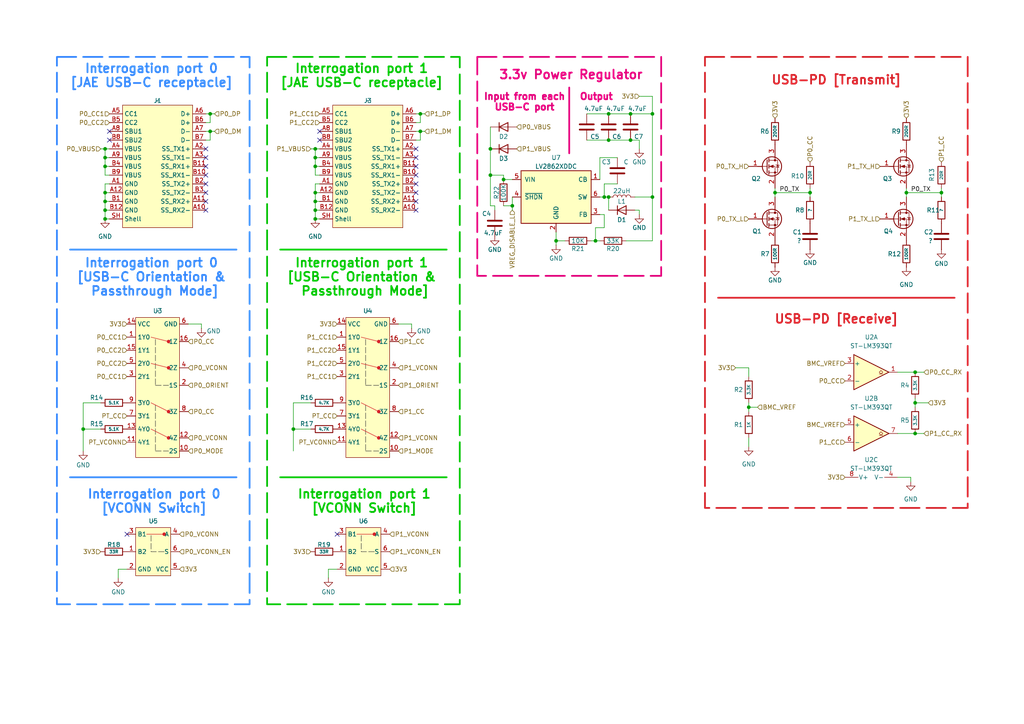
<source format=kicad_sch>
(kicad_sch (version 20231120) (generator "eeschema") (generator_version "8.0")
  (paper "A4")
  (junction (at 91.44 60.96))
  (junction (at 30.48 45.72))
  (junction (at 60.96 38.1))
  (junction (at 265.43 107.95))
  (junction (at 30.48 63.5))
  (junction (at 30.48 55.88))
  (junction (at 182.88 33.02))
  (junction (at 148.59 59.69))
  (junction (at 91.44 48.26))
  (junction (at 30.48 43.18))
  (junction (at 121.92 38.1))
  (junction (at 146.05 52.07))
  (junction (at 224.79 55.88))
  (junction (at -114.3 176.53))
  (junction (at 85.09 124.46))
  (junction (at 189.23 57.15))
  (junction (at 175.26 57.15))
  (junction (at 189.23 33.02))
  (junction (at 91.44 63.5))
  (junction (at 121.92 33.02))
  (junction (at 265.43 125.73))
  (junction (at 182.88 40.64))
  (junction (at 91.44 43.18))
  (junction (at 262.89 55.88))
  (junction (at 217.17 118.11))
  (junction (at 60.96 33.02))
  (junction (at 142.24 50.8))
  (junction (at 176.53 57.15))
  (junction (at 91.44 55.88))
  (junction (at 161.29 69.85))
  (junction (at 24.13 124.46))
  (junction (at 273.05 55.88))
  (junction (at 30.48 48.26))
  (junction (at 176.53 33.02))
  (junction (at 142.24 43.18))
  (junction (at 30.48 60.96))
  (junction (at 265.43 116.84))
  (junction (at 30.48 58.42))
  (junction (at -114.3 179.07))
  (junction (at 176.53 40.64))
  (junction (at 172.72 69.85))
  (junction (at 91.44 45.72))
  (junction (at 234.95 55.88))
  (junction (at 91.44 58.42))
  (no_connect (at 59.69 53.34))
  (no_connect (at -92.71 168.91))
  (no_connect (at 120.65 55.88))
  (no_connect (at 92.71 40.64))
  (no_connect (at -82.55 85.09))
  (no_connect (at -82.55 123.19))
  (no_connect (at -113.03 92.71))
  (no_connect (at -82.55 110.49))
  (no_connect (at -82.55 115.57))
  (no_connect (at -113.03 118.11))
  (no_connect (at 120.65 45.72))
  (no_connect (at 92.71 38.1))
  (no_connect (at -92.71 161.29))
  (no_connect (at -113.03 87.63))
  (no_connect (at -82.55 80.01))
  (no_connect (at 31.75 38.1))
  (no_connect (at 36.83 154.94))
  (no_connect (at -82.55 113.03))
  (no_connect (at -113.03 171.45))
  (no_connect (at -113.03 123.19))
  (no_connect (at -113.03 90.17))
  (no_connect (at 59.69 45.72))
  (no_connect (at 59.69 55.88))
  (no_connect (at -82.55 77.47))
  (no_connect (at -82.55 90.17))
  (no_connect (at -82.55 118.11))
  (no_connect (at 59.69 60.96))
  (no_connect (at 59.69 43.18))
  (no_connect (at -82.55 119.38))
  (no_connect (at -92.71 158.75))
  (no_connect (at -82.55 105.41))
  (no_connect (at 120.65 43.18))
  (no_connect (at 59.69 48.26))
  (no_connect (at 120.65 58.42))
  (no_connect (at 59.69 58.42))
  (no_connect (at -113.03 85.09))
  (no_connect (at 97.79 154.94))
  (no_connect (at 120.65 50.8))
  (no_connect (at -113.03 125.73))
  (no_connect (at -92.71 166.37))
  (no_connect (at 120.65 48.26))
  (no_connect (at 120.65 53.34))
  (no_connect (at -92.71 163.83))
  (no_connect (at -92.71 171.45))
  (no_connect (at -113.03 102.87))
  (no_connect (at -82.55 125.73))
  (no_connect (at -82.55 92.71))
  (no_connect (at 31.75 40.64))
  (no_connect (at 120.65 60.96))
  (no_connect (at -92.71 176.53))
  (no_connect (at -92.71 179.07))
  (no_connect (at 59.69 50.8))
  (wire (pts (xy 262.89 55.88) (xy 262.89 57.15)))
  (wire (pts (xy 234.95 54.61) (xy 234.95 55.88)))
  (wire (pts (xy 176.53 57.15) (xy 176.53 60.96)))
  (wire (pts (xy 189.23 33.02) (xy 189.23 27.94)))
  (wire (pts (xy 146.05 52.07) (xy 148.59 52.07)))
  (wire (pts (xy 182.88 33.02) (xy 189.23 33.02)))
  (wire (pts (xy 31.75 50.8) (xy 30.48 50.8)))
  (wire (pts (xy 171.45 69.85) (xy 172.72 69.85)))
  (wire (pts (xy 143.51 59.69) (xy 142.24 59.69)))
  (wire (pts (xy 91.44 60.96) (xy 92.71 60.96)))
  (wire (pts (xy 175.26 57.15) (xy 176.53 57.15)))
  (wire (pts (xy 172.72 66.04) (xy 172.72 69.85)))
  (wire (pts (xy 91.44 50.8) (xy 91.44 48.26)))
  (wire (pts (xy 91.44 48.26) (xy 91.44 45.72)))
  (wire (pts (xy -115.57 82.55) (xy -113.03 82.55)))
  (wire (pts (xy -100.33 132.08) (xy -100.33 130.81)))
  (wire (pts (xy 30.48 55.88) (xy 30.48 58.42)))
  (wire (pts (xy 175.26 66.04) (xy 172.72 66.04)))
  (wire (pts (xy 95.25 167.64) (xy 95.25 165.1)))
  (wire (pts (xy -113.03 120.65) (xy -115.57 120.65)))
  (wire (pts (xy 31.75 53.34) (xy 30.48 53.34)))
  (wire (pts (xy 146.05 59.69) (xy 148.59 59.69)))
  (wire (pts (xy 175.26 53.34) (xy 175.26 57.15)))
  (wire (pts (xy 262.89 55.88) (xy 273.05 55.88)))
  (wire (pts (xy 273.05 55.88) (xy 273.05 57.15)))
  (wire (pts (xy 185.42 27.94) (xy 189.23 27.94)))
  (wire (pts (xy 146.05 50.8) (xy 146.05 52.07)))
  (wire (pts (xy 260.35 107.95) (xy 265.43 107.95)))
  (wire (pts (xy 85.09 116.84) (xy 85.09 124.46)))
  (wire (pts (xy 30.48 45.72) (xy 30.48 43.18)))
  (wire (pts (xy 92.71 53.34) (xy 91.44 53.34)))
  (wire (pts (xy -78.74 120.65) (xy -78.74 123.19)))
  (wire (pts (xy 173.99 62.23) (xy 175.26 62.23)))
  (wire (pts (xy 181.61 69.85) (xy 189.23 69.85)))
  (wire (pts (xy 185.42 60.96) (xy 185.42 62.23)))
  (wire (pts (xy 189.23 33.02) (xy 189.23 57.15)))
  (wire (pts (xy 265.43 116.84) (xy 269.24 116.84)))
  (wire (pts (xy 95.25 165.1) (xy 97.79 165.1)))
  (wire (pts (xy 24.13 124.46) (xy 29.21 124.46)))
  (wire (pts (xy 91.44 63.5) (xy 92.71 63.5)))
  (wire (pts (xy 91.44 48.26) (xy 92.71 48.26)))
  (wire (pts (xy 170.18 40.64) (xy 176.53 40.64)))
  (wire (pts (xy 262.89 54.61) (xy 262.89 55.88)))
  (wire (pts (xy -113.03 173.99) (xy -114.3 173.99)))
  (wire (pts (xy 120.65 35.56) (xy 121.92 35.56)))
  (wire (pts (xy 184.15 57.15) (xy 189.23 57.15)))
  (wire (pts (xy 30.48 58.42) (xy 30.48 60.96)))
  (wire (pts (xy -114.3 173.99) (xy -114.3 176.53)))
  (wire (pts (xy -82.55 107.95) (xy -78.74 107.95)))
  (wire (pts (xy 217.17 127) (xy 217.17 129.54)))
  (wire (pts (xy 58.42 93.98) (xy 58.42 95.25)))
  (wire (pts (xy 185.42 40.64) (xy 182.88 40.64)))
  (wire (pts (xy 173.99 45.72) (xy 179.07 45.72)))
  (polyline (pts (xy 20.32 138.43) (xy 68.58 138.43)) (stroke (width 0.508) (color 52 135 255 1)))
  (wire (pts (xy 217.17 116.84) (xy 217.17 118.11)))
  (polyline (pts (xy 20.32 72.39) (xy 68.58 72.39)) (stroke (width 0.508) (color 52 135 255 1)))
  (wire (pts (xy 34.29 165.1) (xy 36.83 165.1)))
  (wire (pts (xy 60.96 33.02) (xy 59.69 33.02)))
  (wire (pts (xy 60.96 38.1) (xy 62.23 38.1)))
  (wire (pts (xy 184.15 60.96) (xy 185.42 60.96)))
  (wire (pts (xy -82.55 120.65) (xy -78.74 120.65)))
  (wire (pts (xy 59.69 35.56) (xy 60.96 35.56)))
  (wire (pts (xy -82.55 82.55) (xy -80.01 82.55)))
  (wire (pts (xy 142.24 36.83) (xy 142.24 43.18)))
  (wire (pts (xy 224.79 54.61) (xy 224.79 55.88)))
  (wire (pts (xy 85.09 124.46) (xy 90.17 124.46)))
  (wire (pts (xy 91.44 43.18) (xy 92.71 43.18)))
  (wire (pts (xy 173.99 57.15) (xy 175.26 57.15)))
  (wire (pts (xy 60.96 38.1) (xy 60.96 40.64)))
  (wire (pts (xy 142.24 43.18) (xy 142.24 50.8)))
  (wire (pts (xy -114.3 176.53) (xy -113.03 176.53)))
  (wire (pts (xy 161.29 67.31) (xy 161.29 69.85)))
  (wire (pts (xy 142.24 50.8) (xy 142.24 59.69)))
  (wire (pts (xy 265.43 125.73) (xy 267.97 125.73)))
  (wire (pts (xy -97.79 133.35) (xy -97.79 130.81)))
  (wire (pts (xy 224.79 55.88) (xy 234.95 55.88)))
  (wire (pts (xy 273.05 54.61) (xy 273.05 55.88)))
  (wire (pts (xy 121.92 40.64) (xy 120.65 40.64)))
  (wire (pts (xy 260.35 138.43) (xy 264.16 138.43)))
  (wire (pts (xy 265.43 116.84) (xy 265.43 118.11)))
  (wire (pts (xy 148.59 59.69) (xy 148.59 60.96)))
  (wire (pts (xy 264.16 138.43) (xy 264.16 139.7)))
  (wire (pts (xy 121.92 35.56) (xy 121.92 33.02)))
  (wire (pts (xy -115.57 95.25) (xy -113.03 95.25)))
  (wire (pts (xy 30.48 60.96) (xy 31.75 60.96)))
  (wire (pts (xy 54.61 93.98) (xy 58.42 93.98)))
  (wire (pts (xy 175.26 62.23) (xy 175.26 66.04)))
  (wire (pts (xy 90.17 116.84) (xy 85.09 116.84)))
  (wire (pts (xy 234.95 55.88) (xy 234.95 57.15)))
  (wire (pts (xy 34.29 167.64) (xy 34.29 165.1)))
  (wire (pts (xy 91.44 53.34) (xy 91.44 55.88)))
  (wire (pts (xy 161.29 69.85) (xy 161.29 71.12)))
  (wire (pts (xy 91.44 55.88) (xy 91.44 58.42)))
  (wire (pts (xy 173.99 52.07) (xy 173.99 45.72)))
  (wire (pts (xy 176.53 33.02) (xy 182.88 33.02)))
  (wire (pts (xy 30.48 48.26) (xy 30.48 45.72)))
  (wire (pts (xy 60.96 33.02) (xy 62.23 33.02)))
  (wire (pts (xy 121.92 33.02) (xy 120.65 33.02)))
  (wire (pts (xy 30.48 60.96) (xy 30.48 63.5)))
  (wire (pts (xy 120.65 38.1) (xy 121.92 38.1)))
  (wire (pts (xy 29.21 43.18) (xy 30.48 43.18)))
  (wire (pts (xy 189.23 57.15) (xy 189.23 69.85)))
  (polyline (pts (xy 208.28 86.36) (xy 276.86 86.36)) (stroke (width 0.508) (color 216 33 41 1)))
  (polyline (pts (xy 81.28 72.39) (xy 129.54 72.39)) (stroke (width 0.508) (color 0 194 0 1)))
  (wire (pts (xy 176.53 40.64) (xy 182.88 40.64)))
  (wire (pts (xy 265.43 115.57) (xy 265.43 116.84)))
  (wire (pts (xy 170.18 33.02) (xy 176.53 33.02)))
  (wire (pts (xy 59.69 38.1) (xy 60.96 38.1)))
  (wire (pts (xy 224.79 55.88) (xy 224.79 57.15)))
  (wire (pts (xy 85.09 124.46) (xy 85.09 130.81)))
  (wire (pts (xy -95.25 130.81) (xy -95.25 132.08)))
  (wire (pts (xy 217.17 118.11) (xy 219.71 118.11)))
  (wire (pts (xy 121.92 38.1) (xy 121.92 40.64)))
  (wire (pts (xy 30.48 55.88) (xy 31.75 55.88)))
  (wire (pts (xy 29.21 116.84) (xy 24.13 116.84)))
  (wire (pts (xy 91.44 55.88) (xy 92.71 55.88)))
  (wire (pts (xy 30.48 50.8) (xy 30.48 48.26)))
  (wire (pts (xy 91.44 45.72) (xy 91.44 43.18)))
  (wire (pts (xy 91.44 45.72) (xy 92.71 45.72)))
  (wire (pts (xy 91.44 58.42) (xy 92.71 58.42)))
  (wire (pts (xy 91.44 58.42) (xy 91.44 60.96)))
  (wire (pts (xy 172.72 69.85) (xy 173.99 69.85)))
  (wire (pts (xy 24.13 124.46) (xy 24.13 130.81)))
  (wire (pts (xy -114.3 179.07) (xy -113.03 179.07)))
  (polyline (pts (xy 81.28 138.43) (xy 129.54 138.43)) (stroke (width 0.508) (color 0 194 0 1)))
  (wire (pts (xy -78.74 107.95) (xy -78.74 110.49)))
  (wire (pts (xy 92.71 50.8) (xy 91.44 50.8)))
  (polyline (pts (xy 165.1 44.45) (xy 165.1 25.4)) (stroke (width 0.508) (color 226 0 122 1)))
  (wire (pts (xy 30.48 58.42) (xy 31.75 58.42)))
  (wire (pts (xy 142.24 50.8) (xy 146.05 50.8)))
  (wire (pts (xy 121.92 33.02) (xy 123.19 33.02)))
  (wire (pts (xy 213.36 106.68) (xy 217.17 106.68)))
  (wire (pts (xy -82.55 95.25) (xy -80.01 95.25)))
  (wire (pts (xy 115.57 93.98) (xy 119.38 93.98)))
  (wire (pts (xy 148.59 57.15) (xy 148.59 59.69)))
  (wire (pts (xy 265.43 107.95) (xy 267.97 107.95)))
  (wire (pts (xy 30.48 63.5) (xy 31.75 63.5)))
  (wire (pts (xy 30.48 45.72) (xy 31.75 45.72)))
  (wire (pts (xy 30.48 48.26) (xy 31.75 48.26)))
  (wire (pts (xy 60.96 40.64) (xy 59.69 40.64)))
  (wire (pts (xy 217.17 118.11) (xy 217.17 119.38)))
  (wire (pts (xy 143.51 60.96) (xy 143.51 59.69)))
  (wire (pts (xy 185.42 43.18) (xy 185.42 40.64)))
  (wire (pts (xy 161.29 69.85) (xy 163.83 69.85)))
  (wire (pts (xy 91.44 60.96) (xy 91.44 63.5)))
  (wire (pts (xy 179.07 53.34) (xy 175.26 53.34)))
  (wire (pts (xy -115.57 107.95) (xy -113.03 107.95)))
  (wire (pts (xy 119.38 93.98) (xy 119.38 95.25)))
  (wire (pts (xy 90.17 43.18) (xy 91.44 43.18)))
  (wire (pts (xy 30.48 43.18) (xy 31.75 43.18)))
  (wire (pts (xy 260.35 125.73) (xy 265.43 125.73)))
  (wire (pts (xy -102.87 132.08) (xy -100.33 132.08)))
  (wire (pts (xy 60.96 35.56) (xy 60.96 33.02)))
  (wire (pts (xy -95.25 132.08) (xy -92.71 132.08)))
  (wire (pts (xy 121.92 38.1) (xy 123.19 38.1)))
  (wire (pts (xy 24.13 116.84) (xy 24.13 124.46)))
  (wire (pts (xy -114.3 179.07) (xy -114.3 180.34)))
  (wire (pts (xy -114.3 176.53) (xy -114.3 179.07)))
  (wire (pts (xy 217.17 109.22) (xy 217.17 106.68)))
  (wire (pts (xy 30.48 53.34) (xy 30.48 55.88)))
  (rectangle (start 138.43 16.51) (end 191.77 80.01) (stroke (width 0.508) (type dash) (color 226 0 122 1)))
  (rectangle (start 16.51 16.51) (end 72.39 175.26) (stroke (width 0.508) (type dash) (color 52 135 255 1)))
  (rectangle (start 204.47 16.51) (end 280.67 147.32) (stroke (width 0.508) (type dash) (color 216 33 41 1)))
  (rectangle (start -128.27 58.42) (end -67.31 139.7) (stroke (width 0.508) (type dash) (color 132 12 255 1)))
  (rectangle (start -128.27 144.78) (end -67.31 189.23) (stroke (width 0.508) (type dash) (color 0 219 129 1)))
  (rectangle (start 77.47 16.51) (end 133.35 175.26) (stroke (width 0.508) (type dash) (color 0 194 0 1)))
  (text "Interrogation port 0\n[VCONN Switch]" (at 44.704 145.542 0) (effects (font (size 2.54 2.54) (thickness 0.508) (bold yes))))
  (text "Interrogation port 1\n[USB-C Orientation &\n Passthrough Mode]" (at 104.902 80.518 0) (effects (font (size 2.54 2.54) (thickness 0.508) (bold yes))))
  (text "Interrogation port 1\n[VCONN Switch]" (at 105.664 145.542 0) (effects (font (size 2.54 2.54) (thickness 0.508) (bold yes))))
  (text "Interrogation port 0\n[JAE USB-C receptacle]" (at 43.942 22.098 0) (effects (font (size 2.54 2.54) (thickness 0.508) (bold yes))))
  (text "USB-PD [Transmit]" (at 242.57 23.368 0) (effects (font (size 2.54 2.54) (thickness 0.508) (bold yes))))
  (text "Output" (at 172.974 28.194 0) (effects (font (size 1.905 1.905) (thickness 0.508) (bold yes))))
  (text "MCU Module\n[Raspberry Pi Pico]" (at -98.806 64.262 0) (effects (font (size 2.54 2.54) (thickness 0.508) (bold yes))))
  (text "Input from each\nUSB-C port" (at 152.146 29.718 0) (effects (font (size 1.905 1.905) (thickness 0.508) (bold yes))))
  (text "Flipper Zero Interconnect" (at -100.838 150.114 0) (effects (font (size 2.54 2.54) (thickness 0.508) (bold yes))))
  (text "USB-PD [Receive]" (at 242.57 92.71 0) (effects (font (size 2.54 2.54) (thickness 0.508) (bold yes))))
  (text "Interrogation port 0\n[USB-C Orientation &\n Passthrough Mode]" (at 43.942 80.518 0) (effects (font (size 2.54 2.54) (thickness 0.508) (bold yes))))
  (text "Interrogation port 1\n[JAE USB-C receptacle]" (at 104.902 22.098 0) (effects (font (size 2.54 2.54) (thickness 0.508) (bold yes))))
  (text "3.3v Power Regulator" (at 165.608 21.844 0) (effects (font (size 2.54 2.54) (thickness 0.508) (bold yes))))
  (label "P0_TX" (at 264.16 55.88 0))
  (label "P0_TX" (at 226.06 55.88 0))
  (hierarchical_label "3V3" (shape input) (at 36.83 93.98 180))
  (hierarchical_label "P0_CC2" (shape input) (at 31.75 35.56 180))
  (hierarchical_label "P1_DP" (shape input) (at 123.19 33.02 0))
  (hierarchical_label "P1_CC" (shape input) (at 245.11 128.27 180))
  (hierarchical_label "3V3" (shape input) (at -113.03 168.91 180))
  (hierarchical_label "3V3" (shape input) (at 262.89 34.29 90))
  (hierarchical_label "PT_VCONN" (shape input) (at 36.83 128.27 180))
  (hierarchical_label "3V3" (shape input) (at 29.21 160.02 180))
  (hierarchical_label "P1_CC_RX" (shape input) (at 267.97 125.73 0))
  (hierarchical_label "P0_VCONN" (shape input) (at 54.61 106.68 0))
  (hierarchical_label "P1_CC1" (shape input) (at 92.71 33.02 180))
  (hierarchical_label "P1_VCONN" (shape input) (at 115.57 106.68 0))
  (hierarchical_label "P0_CC1" (shape input) (at 36.83 97.79 180))
  (hierarchical_label "P1_TX_H" (shape input) (at -113.03 113.03 180))
  (hierarchical_label "P0_CC" (shape input) (at 234.95 46.99 90))
  (hierarchical_label "SWD_CLK" (shape input) (at -92.71 132.08 0))
  (hierarchical_label "P0_VBUS" (shape input) (at 29.21 43.18 180))
  (hierarchical_label "P0_CC2" (shape input) (at 36.83 101.6 180))
  (hierarchical_label "P0_DP" (shape input) (at 62.23 33.02 0))
  (hierarchical_label "P0_VCONN" (shape input) (at 52.07 154.94 0))
  (hierarchical_label "P1_CC" (shape input) (at 273.05 46.99 90))
  (hierarchical_label "BMC_VREF" (shape input) (at 219.71 118.11 0))
  (hierarchical_label "PT_CC" (shape input) (at 36.83 120.65 180))
  (hierarchical_label "3V3" (shape input) (at 97.79 93.98 180))
  (hierarchical_label "P1_MODE" (shape input) (at 115.57 130.81 0))
  (hierarchical_label "P0_CC" (shape input) (at 245.11 110.49 180))
  (hierarchical_label "P1_CC1" (shape input) (at 97.79 109.22 180))
  (hierarchical_label "P1_CC2" (shape input) (at 97.79 101.6 180))
  (hierarchical_label "P0_CC2" (shape input) (at 36.83 105.41 180))
  (hierarchical_label "UART0_RX" (shape input) (at -113.03 80.01 180))
  (hierarchical_label "P1_CC" (shape input) (at -82.55 97.79 0))
  (hierarchical_label "PT_VCONN" (shape input) (at 97.79 128.27 180))
  (hierarchical_label "3V3" (shape input) (at 213.36 106.68 180))
  (hierarchical_label "P0_VCONN_EN" (shape input) (at 52.07 160.02 0))
  (hierarchical_label "P1_CC" (shape input) (at 115.57 99.06 0))
  (hierarchical_label "3V3" (shape input) (at 90.17 160.02 180))
  (hierarchical_label "P1_VCONN_EN" (shape input) (at 113.03 160.02 0))
  (hierarchical_label "3V3" (shape input) (at 52.07 165.1 0))
  (hierarchical_label "P0_CC" (shape input) (at -82.55 100.33 0))
  (hierarchical_label "BMC_VREF" (shape input) (at 245.11 123.19 180))
  (hierarchical_label "3V3" (shape input) (at 224.79 34.29 90))
  (hierarchical_label "P0_VCONN" (shape input) (at 54.61 127 0))
  (hierarchical_label "P0_MODE" (shape input) (at 54.61 130.81 0))
  (hierarchical_label "P1_TX_H" (shape input) (at 255.27 48.26 180))
  (hierarchical_label "P0_DM" (shape input) (at 62.23 38.1 0))
  (hierarchical_label "P0_TX_L" (shape input) (at 217.17 63.5 180))
  (hierarchical_label "SWD_IO" (shape input) (at -113.03 158.75 180))
  (hierarchical_label "P0_CC1" (shape input) (at 36.83 109.22 180))
  (hierarchical_label "BMC_VREF" (shape input) (at 245.11 105.41 180))
  (hierarchical_label "P0_CC" (shape input) (at 54.61 99.06 0))
  (hierarchical_label "PT_CC" (shape input) (at 97.79 120.65 180))
  (hierarchical_label "3V3" (shape input) (at 113.03 165.1 0))
  (hierarchical_label "3V3" (shape input) (at 185.42 27.94 180))
  (hierarchical_label "P1_TX_L" (shape input) (at 255.27 63.5 180))
  (hierarchical_label "P1_CC" (shape input) (at 115.57 119.38 0))
  (hierarchical_label "VREG_DISABLE_L" (shape input) (at 148.59 60.96 270))
  (hierarchical_label "SWD_IO" (shape input) (at -102.87 132.08 180))
  (hierarchical_label "P1_TX_L" (shape input) (at -113.03 115.57 180))
  (hierarchical_label "3V3" (shape input) (at 269.24 116.84 0))
  (hierarchical_label "P0_VBUS" (shape input) (at 149.86 36.83 0))
  (hierarchical_label "UART0_TX" (shape input) (at -113.03 77.47 180))
  (hierarchical_label "RP2_RESET_L" (shape input) (at -82.55 102.87 0))
  (hierarchical_label "P0_TX_L" (shape input) (at -113.03 110.49 180))
  (hierarchical_label "SWD_CLK" (shape input) (at -113.03 161.29 180))
  (hierarchical_label "3V3" (shape input) (at 245.11 138.43 180))
  (hierarchical_label "P1_CC1" (shape input) (at 97.79 97.79 180))
  (hierarchical_label "P1_VBUS" (shape input) (at 149.86 43.18 0))
  (hierarchical_label "P1_CC2" (shape input) (at 97.79 105.41 180))
  (hierarchical_label "P0_TX_H" (shape input) (at 217.17 48.26 180))
  (hierarchical_label "P1_VBUS" (shape input) (at 90.17 43.18 180))
  (hierarchical_label "P0_ORIENT" (shape input) (at 54.61 111.76 0))
  (hierarchical_label "P0_CC_RX" (shape input) (at -113.03 97.79 180))
  (hierarchical_label "P0_CC" (shape input) (at 54.61 119.38 0))
  (hierarchical_label "P1_CC2" (shape input) (at 92.71 35.56 180))
  (hierarchical_label "UART0_RX" (shape input) (at -113.03 163.83 180))
  (hierarchical_label "P1_CC_RX" (shape input) (at -113.03 100.33 180))
  (hierarchical_label "P0_TX_H" (shape input) (at -113.03 105.41 180))
  (hierarchical_label "P1_VCONN" (shape input) (at 115.57 127 0))
  (hierarchical_label "UART0_TX" (shape input) (at -113.03 166.37 180))
  (hierarchical_label "3V3" (shape input) (at -82.55 87.63 0))
  (hierarchical_label "P1_DM" (shape input) (at 123.19 38.1 0))
  (hierarchical_label "RP2_RESET_L" (shape input) (at -85.09 173.99 0))
  (hierarchical_label "P0_CC_RX" (shape input) (at 267.97 107.95 0))
  (hierarchical_label "P0_CC1" (shape input) (at 31.75 33.02 180))
  (hierarchical_label "P1_ORIENT" (shape input) (at 115.57 111.76 0))
  (hierarchical_label "P1_VCONN" (shape input) (at 113.03 154.94 0))
  (symbol (lib_id "Device:R") (at 265.43 111.76 180) (unit 1)
    (property "Reference" "R4" (at 261.112 111.76 0) (effects (justify right)))
    (property "Value" "3.3K" (at 265.43 111.76 90) (effects (font (size 0.889 0.889))))
    (property "Footprint" "Resistor_SMD:R_0201_0603Metric" (effects (hide yes)))
    (property "Description" "RES SMD 3.3K OHM 1% 1/20W 0201" (effects (hide yes)))
    (property "Manufacturer PN" "ERJ-1GNF3301C" (effects (hide yes)))
  )
  (symbol (lib_id "power:GND") (at 58.42 95.25 0) (unit 1)
    (property "Reference" "#PWR019" (effects (hide yes)))
    (property "Value" "GND" (at 61.976 96.012 0))
    (property "Description" "Power symbol creates a global label with name \"GND\" , ground" (effects (hide yes)))
  )
  (symbol (lib_id "Device:R") (at 93.98 116.84 270) (unit 1)
    (property "Reference" "R16" (at 90.932 115.316 90) (effects (justify right)))
    (property "Value" "4.7K" (at 93.98 116.84 90) (effects (font (size 0.889 0.889))))
    (property "Footprint" "Resistor_SMD:R_0201_0603Metric" (effects (hide yes)))
    (property "Description" "RES SMD 4.7K OHM 1% 1/20W 0201" (effects (hide yes)))
    (property "Manufacturer PN" "ERJ-1GNF4701C" (effects (hide yes)))
  )
  (symbol (lib_id "picoPD_interrogator:ST-LM393QT") (at 252.73 135.89 90) (unit 3)
    (property "Reference" "U2" (at 252.73 133.35 90))
    (property "Value" "ST-LM393QT" (at 252.73 135.89 90))
    (property "Footprint" "picoPD_interrogator:DFN-8_2x2mm_P0.5mm_ST" (effects (hide yes)))
    (property "Datasheet" "https://www.st.com/content/ccc/resource/technical/document/datasheet/group1/b4/cc/cf/13/18/28/44/f5/CD00000465/files/CD00000465.pdf/jcr:content/translations/en.CD00000465.pdf" (effects (hide yes)))
    (property "Description" "Low-Power, Low-Offset Voltage, Dual Comparators, DIP-8/SOIC-8/TO-99-8" (effects (hide yes)))
    (property "Description 2" "IC COMPARATOR 2 GEN PUR 8UFSON" (effects (hide yes)))
    (property "Manufacturer PN" "LM393QT" (effects (hide yes)))
  )
  (symbol (lib_id "Device:R") (at 217.17 123.19 180) (unit 1)
    (property "Reference" "R1" (at 212.852 123.19 0) (effects (justify right)))
    (property "Value" "1K" (at 217.17 123.19 90) (effects (font (size 0.889 0.889))))
    (property "Footprint" "Resistor_SMD:R_0201_0603Metric" (effects (hide yes)))
    (property "Description" "RES SMD 1K OHM 1% 1/20W 0201" (effects (hide yes)))
    (property "Manufacturer PN" "ERJ-1GNF1001C" (effects (hide yes)))
  )
  (symbol (lib_id "Regulator_Switching:LV2862XDDC") (at 161.29 57.15 0) (unit 1)
    (property "Reference" "U7" (at 161.29 45.72 0))
    (property "Value" "LV2862XDDC" (at 161.29 48.26 0))
    (property "Footprint" "Package_TO_SOT_SMD:SOT-23-6" (effects (hide yes)))
    (property "Datasheet" "https://www.ti.com/lit/ds/symlink/lv2862.pdf" (effects (hide yes)))
    (property "Description" "60V, 0.6A, stepdown, DC/DC converter, 770kHz" (effects (hide yes)))
  )
  (symbol (lib_name "R_1") (lib_id "Device:R") (at 146.05 55.88 180) (unit 1)
    (property "Reference" "R22" (at 144.018 55.88 90))
    (property "Value" "100K" (at 146.05 55.88 90))
    (property "Footprint" "Resistor_SMD:R_0201_0603Metric" (effects (hide yes)))
    (property "Description" "Resistor" (effects (hide yes)))
    (property "Manufacturer PN" "ERJ-1GNF1003C" (effects (hide yes)))
  )
  (symbol (lib_id "power:GND") (at 34.29 167.64 0) (unit 1)
    (property "Reference" "#PWR010" (effects (hide yes)))
    (property "Value" "GND" (at 34.29 171.704 0))
    (property "Description" "Power symbol creates a global label with name \"GND\" , ground" (effects (hide yes)))
  )
  (symbol (lib_id "power:GND") (at -78.74 123.19 0) (unit 1)
    (property "Reference" "#PWR011" (effects (hide yes)))
    (property "Value" "GND" (at -78.74 127 0))
    (property "Description" "Power symbol creates a global label with name \"GND\" , ground" (effects (hide yes)))
  )
  (symbol (lib_id "Device:C") (at 170.18 36.83 0) (unit 1)
    (property "Reference" "C5" (at 171.196 39.624 0) (effects (justify left)))
    (property "Value" "4.7uF" (at 169.418 31.496 0) (effects (justify left)))
    (property "Footprint" "Capacitor_SMD:C_0603_1608Metric" (effects (hide yes)))
    (property "Datasheet" "https://mm.digikey.com/Volume0/opasdata/d220001/medias/docus/609/CL10A475KP8NNNC_Spec.pdf" (effects (hide yes)))
    (property "Description" "CAP CER 4.7UF 10V X5R 0603" (effects (hide yes)))
    (property "Description Detailed" "4.7 µF ±10% 10V Ceramic Capacitor X5R 0603 (1608 Metric)" (effects (hide yes)))
    (property "Manufacturer PN" "CL10A475KP8NNNC" (effects (hide yes)))
  )
  (symbol (lib_id "Device:C") (at 143.51 64.77 180) (unit 1)
    (property "Reference" "C4" (at 142.494 61.976 0) (effects (justify left)))
    (property "Value" "4.7uF" (at 145.796 67.564 0) (effects (justify left)))
    (property "Footprint" "Capacitor_SMD:C_0603_1608Metric" (effects (hide yes)))
    (property "Datasheet" "https://mm.digikey.com/Volume0/opasdata/d220001/medias/docus/609/CL10A475KP8NNNC_Spec.pdf" (effects (hide yes)))
    (property "Description" "CAP CER 4.7UF 10V X5R 0603" (effects (hide yes)))
    (property "Description Detailed" "4.7 µF ±10% 10V Ceramic Capacitor X5R 0603 (1608 Metric)" (effects (hide yes)))
    (property "Manufacturer PN" "CL10A475KP8NNNC" (effects (hide yes)))
  )
  (symbol (lib_id "picoPD_interrogator:TI_sn741vc1g3157-q1") (at 105.41 160.02 0) (unit 1)
    (property "Reference" "U6" (at 105.41 151.13 0))
    (property "Value" "~" (at 105.41 151.13 0))
    (property "Footprint" "picoPD_interrogator:TI_sn741vc1g3157-q1" (effects (hide yes)))
    (property "Description" "IC SWITCH SPDT X 1 15OHM SC70-6" (effects (hide yes)))
    (property "Manufacturer PN" "1P1G3157QDCKRQ1" (effects (hide yes)))
  )
  (symbol (lib_id "power:GND") (at 24.13 130.81 0) (unit 1)
    (property "Reference" "#PWR020" (effects (hide yes)))
    (property "Value" "GND" (at 24.13 134.874 0))
    (property "Description" "Power symbol creates a global label with name \"GND\" , ground" (effects (hide yes)))
  )
  (symbol (lib_id "power:GND") (at -80.01 95.25 90) (unit 1)
    (property "Reference" "#PWR013" (effects (hide yes)))
    (property "Value" "GND" (at -74.93 95.25 90))
    (property "Description" "Power symbol creates a global label with name \"GND\" , ground" (effects (hide yes)))
  )
  (symbol (lib_id "Device:R") (at 273.05 50.8 0) (unit 1)
    (property "Reference" "R13" (at 270.256 48.768 90) (effects (justify right)))
    (property "Value" "20R" (at 273.05 50.8 90) (effects (font (size 0.889 0.889))))
    (property "Footprint" "Resistor_SMD:R_0201_0603Metric" (effects (hide yes)))
    (property "Description" "RES SMD 20 OHM 1% 1/20W 0201" (effects (hide yes)))
    (property "Manufacturer PN" "ERJ-1GNF20R0C" (effects (hide yes)))
  )
  (symbol (lib_id "power:GND") (at 262.89 77.47 0) (unit 1)
    (property "Reference" "#PWR07" (effects (hide yes)))
    (property "Value" "GND" (at 262.89 82.55 0))
    (property "Description" "Power symbol creates a global label with name \"GND\" , ground" (effects (hide yes)))
  )
  (symbol (lib_id "Device:C") (at 234.95 68.58 0) (unit 1)
    (property "Reference" "C1" (at 229.87 67.31 0) (effects (justify left)))
    (property "Value" "?" (at 231.14 69.85 0) (effects (justify left)))
    (property "Footprint" "Capacitor_SMD:C_0201_0603Metric" (effects (hide yes)))
    (property "Description" "Unpolarized capacitor" (effects (hide yes)))
  )
  (symbol (lib_id "Device:C") (at 179.07 49.53 0) (unit 1)
    (property "Reference" "C3" (at 174.498 46.99 0) (effects (justify left)))
    (property "Value" "C" (at 180.848 46.99 0) (effects (justify left)))
    (property "Footprint" "Capacitor_SMD:C_0201_0603Metric" (effects (hide yes)))
    (property "Description" "CAP CER 0.1UF 16V X5R 0201" (effects (hide yes)))
    (property "Manufacturer PN" "0201X104K160CT" (effects (hide yes)))
  )
  (symbol (lib_id "power:GND") (at 185.42 62.23 0) (unit 1)
    (property "Reference" "#PWR024" (effects (hide yes)))
    (property "Value" "GND" (at 185.42 66.04 0))
    (property "Description" "Power symbol creates a global label with name \"GND\" , ground" (effects (hide yes)))
  )
  (symbol (lib_id "power:GND") (at 119.38 95.25 0) (unit 1)
    (property "Reference" "#PWR022" (effects (hide yes)))
    (property "Value" "GND" (at 122.936 96.012 0))
    (property "Description" "Power symbol creates a global label with name \"GND\" , ground" (effects (hide yes)))
  )
  (symbol (lib_id "Device:C") (at 176.53 36.83 0) (unit 1)
    (property "Reference" "C6" (at 177.546 39.624 0) (effects (justify left)))
    (property "Value" "4.7uF" (at 175.768 31.496 0) (effects (justify left)))
    (property "Footprint" "Capacitor_SMD:C_0603_1608Metric" (effects (hide yes)))
    (property "Datasheet" "https://mm.digikey.com/Volume0/opasdata/d220001/medias/docus/609/CL10A475KP8NNNC_Spec.pdf" (effects (hide yes)))
    (property "Description" "CAP CER 4.7UF 10V X5R 0603" (effects (hide yes)))
    (property "Description Detailed" "4.7 µF ±10% 10V Ceramic Capacitor X5R 0603 (1608 Metric)" (effects (hide yes)))
    (property "Manufacturer PN" "CL10A475KP8NNNC" (effects (hide yes)))
  )
  (symbol (lib_id "Device:R") (at 217.17 113.03 180) (unit 1)
    (property "Reference" "R2" (at 212.852 113.03 0) (effects (justify right)))
    (property "Value" "3.3K" (at 217.17 113.03 90) (effects (font (size 0.889 0.889))))
    (property "Footprint" "Resistor_SMD:R_0201_0603Metric" (effects (hide yes)))
    (property "Description" "RES SMD 3.3K OHM 1% 1/20W 0201" (effects (hide yes)))
    (property "Manufacturer PN" "ERJ-1GNF3301C" (effects (hide yes)))
  )
  (symbol (lib_id "power:GND") (at 143.51 68.58 0) (unit 1)
    (property "Reference" "#PWR026" (effects (hide yes)))
    (property "Value" "GND" (at 143.51 72.39 0))
    (property "Description" "Power symbol creates a global label with name \"GND\" , ground" (effects (hide yes)))
  )
  (symbol (lib_id "picoPD_interrogator:USB-C_24pSH") (at 106.68 46.99 0) (unit 1)
    (property "Reference" "J3" (at 106.68 29.21 0))
    (property "Value" "~" (at 106.68 29.21 0))
    (property "Footprint" "picoPD_interrogator:JAE_DX07BN24JA2R1300" (effects (hide yes)))
  )
  (symbol (lib_id "Device:R") (at 262.89 73.66 0) (unit 1)
    (property "Reference" "R12" (at 261.366 73.66 0) (effects (justify right)))
    (property "Value" "100R" (at 262.89 73.66 90) (effects (font (size 0.889 0.889))))
    (property "Footprint" "Resistor_SMD:R_0201_0603Metric" (effects (hide yes)))
    (property "Description" "RES SMD 100 OHM 1% 1/20W 0201" (effects (hide yes)))
    (property "Manufacturer PN" "ERJ-1GNF1000C" (effects (hide yes)))
  )
  (symbol (lib_id "power:GND") (at -78.74 110.49 0) (unit 1)
    (property "Reference" "#PWR012" (effects (hide yes)))
    (property "Value" "GND" (at -78.74 114.3 0))
    (property "Description" "Power symbol creates a global label with name \"GND\" , ground" (effects (hide yes)))
  )
  (symbol (lib_id "Device:R") (at 234.95 50.8 180) (unit 1)
    (property "Reference" "R10" (at 229.362 51.054 0) (effects (justify right)))
    (property "Value" "20R" (at 234.95 50.8 90) (effects (font (size 0.889 0.889))))
    (property "Footprint" "Resistor_SMD:R_0201_0603Metric" (effects (hide yes)))
    (property "Description" "RES SMD 20 OHM 1% 1/20W 0201" (effects (hide yes)))
    (property "Manufacturer PN" "ERJ-1GNF20R0C" (effects (hide yes)))
  )
  (symbol (lib_id "picoPD_interrogator:NXP_NX3DV3899GU") (at 45.72 114.3 0) (unit 1)
    (property "Reference" "U3" (at 45.72 90.17 0))
    (property "Value" "~" (at 45.72 90.17 0))
    (property "Footprint" "picoPD_interrogator:NXP_NX3DV3899GU" (effects (hide yes)))
    (property "Datasheet" "https://www.nxp.com/docs/en/data-sheet/NX3DV3899.pdf" (effects (hide yes)))
    (property "Description" "IC SWITCH DPDT X 2 3.3OHM 16XQFN" (effects (hide yes)))
    (property "Manufacturer PN" "NX3DV3899GU,115" (effects (hide yes)))
  )
  (symbol (lib_id "Device:C") (at 182.88 36.83 0) (unit 1)
    (property "Reference" "C7" (at 183.896 39.624 0) (effects (justify left)))
    (property "Value" "4.7uF" (at 182.118 31.496 0) (effects (justify left)))
    (property "Footprint" "Capacitor_SMD:C_0603_1608Metric" (effects (hide yes)))
    (property "Datasheet" "https://mm.digikey.com/Volume0/opasdata/d220001/medias/docus/609/CL10A475KP8NNNC_Spec.pdf" (effects (hide yes)))
    (property "Description" "CAP CER 4.7UF 10V X5R 0603" (effects (hide yes)))
    (property "Description Detailed" "4.7 µF ±10% 10V Ceramic Capacitor X5R 0603 (1608 Metric)" (effects (hide yes)))
    (property "Manufacturer PN" "CL10A475KP8NNNC" (effects (hide yes)))
  )
  (symbol (lib_id "Device:R") (at 33.02 124.46 270) (unit 1)
    (property "Reference" "R15" (at 29.972 122.936 90) (effects (justify right)))
    (property "Value" "5.1K" (at 33.02 124.46 90) (effects (font (size 0.889 0.889))))
    (property "Footprint" "Resistor_SMD:R_0201_0603Metric" (effects (hide yes)))
    (property "Description" "RES SMD 5.1K OHM 1% 1/20W 0201" (effects (hide yes)))
    (property "Manufacturer PN" "ERJ-1GNF5101C" (effects (hide yes)))
  )
  (symbol (lib_id "picoPD_interrogator:TI_sn741vc1g3157-q1") (at 44.45 160.02 0) (unit 1)
    (property "Reference" "U5" (at 44.45 151.13 0))
    (property "Value" "~" (at 44.45 151.13 0))
    (property "Footprint" "picoPD_interrogator:TI_sn741vc1g3157-q1" (effects (hide yes)))
    (property "Description" "IC SWITCH SPDT X 1 15OHM SC70-6" (effects (hide yes)))
    (property "Manufacturer PN" "1P1G3157QDCKRQ1" (effects (hide yes)))
  )
  (symbol (lib_id "power:GND") (at 91.44 63.5 0) (unit 1)
    (property "Reference" "#PWR021" (effects (hide yes)))
    (property "Value" "GND" (at 91.44 68.58 0))
    (property "Description" "Power symbol creates a global label with name \"GND\" , ground" (effects (hide yes)))
  )
  (symbol (lib_id "power:GND") (at 161.29 71.12 0) (unit 1)
    (property "Reference" "#PWR025" (effects (hide yes)))
    (property "Value" "GND" (at 161.29 74.93 0))
    (property "Description" "Power symbol creates a global label with name \"GND\" , ground" (effects (hide yes)))
  )
  (symbol (lib_id "picoPD_interrogator:rohm-RE1C002UN") (at 260.35 48.26 0) (unit 1)
    (property "Reference" "Q3" (at 256.032 51.816 0) (effects (justify left)))
    (property "Value" "rohm-RE1C002UN" (effects (hide yes)))
    (property "Footprint" "Package_TO_SOT_SMD:SOT-416" (effects (hide yes)))
    (property "Datasheet" "https://fscdn.rohm.com/en/products/databook/datasheet/discrete/transistor/mosfet/re1c002untcl-e.pdf" (effects (hide yes)))
    (property "Description" "200ma, 20V Vds, N-Channel MOSFET, EMT3F (SOT-416FL)" (effects (hide yes)))
  )
  (symbol (lib_id "picoPD_interrogator:rohm-RE1C002UN") (at 222.25 63.5 0) (unit 1)
    (property "Reference" "Q1" (at 218.186 67.056 0) (effects (justify left)))
    (property "Value" "rohm-RE1C002UN" (effects (hide yes)))
    (property "Footprint" "Package_TO_SOT_SMD:SOT-416" (effects (hide yes)))
    (property "Datasheet" "https://fscdn.rohm.com/en/products/databook/datasheet/discrete/transistor/mosfet/re1c002untcl-e.pdf" (effects (hide yes)))
    (property "Description" "200ma, 20V Vds, N-Channel MOSFET, EMT3F (SOT-416FL)" (effects (hide yes)))
  )
  (symbol (lib_id "power:GND") (at 273.05 72.39 0) (unit 1)
    (property "Reference" "#PWR06" (effects (hide yes)))
    (property "Value" "GND" (at 273.05 76.454 0))
    (property "Description" "Power symbol creates a global label with name \"GND\" , ground" (effects (hide yes)))
  )
  (symbol (lib_id "picoPD_interrogator:rohm-RE1C002UN") (at 260.35 63.5 0) (unit 1)
    (property "Reference" "Q4" (at 256.286 67.056 0) (effects (justify left)))
    (property "Value" "rohm-RE1C002UN" (effects (hide yes)))
    (property "Footprint" "Package_TO_SOT_SMD:SOT-416" (effects (hide yes)))
    (property "Datasheet" "https://fscdn.rohm.com/en/products/databook/datasheet/discrete/transistor/mosfet/re1c002untcl-e.pdf" (effects (hide yes)))
    (property "Description" "200ma, 20V Vds, N-Channel MOSFET, EMT3F (SOT-416FL)" (effects (hide yes)))
  )
  (symbol (lib_id "power:GND") (at -115.57 120.65 270) (unit 1)
    (property "Reference" "#PWR018" (effects (hide yes)))
    (property "Value" "GND" (at -120.65 120.65 90))
    (property "Description" "Power symbol creates a global label with name \"GND\" , ground" (effects (hide yes)))
  )
  (symbol (lib_id "power:GND") (at 234.95 72.39 0) (unit 1)
    (property "Reference" "#PWR04" (effects (hide yes)))
    (property "Value" "GND" (at 234.95 76.2 0))
    (property "Description" "Power symbol creates a global label with name \"GND\" , ground" (effects (hide yes)))
  )
  (symbol (lib_id "Device:R") (at 224.79 73.66 0) (unit 1)
    (property "Reference" "R7" (at 223.266 73.66 0) (effects (justify right)))
    (property "Value" "100R" (at 224.79 73.66 90) (effects (font (size 0.889 0.889))))
    (property "Footprint" "Resistor_SMD:R_0201_0603Metric" (effects (hide yes)))
    (property "Description" "RES SMD 100 OHM 1% 1/20W 0201" (effects (hide yes)))
    (property "Manufacturer PN" "ERJ-1GNF1000C" (effects (hide yes)))
  )
  (symbol (lib_id "picoPD_interrogator:RaspberryPiFoundation-Pico") (at -97.79 101.6 0) (unit 1)
    (property "Reference" "U1" (at -97.79 69.342 0))
    (property "Value" "~" (at -97.79 68.58 0))
    (property "Footprint" "picoPD_interrogator:RaspberryPiFoundation-Pico" (effects (hide yes)))
  )
  (symbol (lib_id "picoPD_interrogator:rohm-RE1C002UN") (at 222.25 48.26 0) (unit 1)
    (property "Reference" "Q2" (at 217.932 51.816 0) (effects (justify left)))
    (property "Value" "rohm-RE1C002UN" (effects (hide yes)))
    (property "Footprint" "Package_TO_SOT_SMD:SOT-416" (effects (hide yes)))
    (property "Datasheet" "https://fscdn.rohm.com/en/products/databook/datasheet/discrete/transistor/mosfet/re1c002untcl-e.pdf" (effects (hide yes)))
    (property "Description" "200ma, 20V Vds, N-Channel MOSFET, EMT3F (SOT-416FL)" (effects (hide yes)))
  )
  (symbol (lib_id "Device:R") (at -88.9 173.99 90) (unit 1)
    (property "Reference" "R3" (at -90.17 176.276 90) (effects (justify right)))
    (property "Value" "0R" (at -88.9 173.99 90) (effects (font (size 0.889 0.889))))
    (property "Footprint" "Resistor_SMD:R_0201_0603Metric" (effects (hide yes)))
    (property "Description" "Resistor" (effects (hide yes)))
  )
  (symbol (lib_id "Device:R") (at 234.95 60.96 180) (unit 1)
    (property "Reference" "R8" (at 230.632 60.96 0) (effects (justify right)))
    (property "Value" "?" (at 234.95 60.96 90) (effects (font (size 0.889 0.889))))
    (property "Footprint" "Resistor_SMD:R_0201_0603Metric" (effects (hide yes)))
    (property "Description" "Resistor" (effects (hide yes)))
  )
  (symbol (lib_id "Device:R") (at 33.02 160.02 270) (unit 1)
    (property "Reference" "R18" (at 33.02 157.988 90))
    (property "Value" "33R" (at 33.02 160.02 90) (effects (font (size 0.889 0.889))))
    (property "Footprint" "Resistor_SMD:R_0201_0603Metric" (effects (hide yes)))
    (property "Description" "RES SMD 33 OHM 1% 1/20W 0201" (effects (hide yes)))
    (property "Manufacturer PN" "ERJ-1GNF33R0C" (effects (hide yes)))
  )
  (symbol (lib_id "power:GND") (at 95.25 167.64 0) (unit 1)
    (property "Reference" "#PWR023" (effects (hide yes)))
    (property "Value" "GND" (at 95.25 171.704 0))
    (property "Description" "Power symbol creates a global label with name \"GND\" , ground" (effects (hide yes)))
  )
  (symbol (lib_id "picoPD_interrogator:ST-LM393QT") (at 252.73 107.95 0) (unit 1)
    (property "Reference" "U2" (at 252.73 97.79 0))
    (property "Value" "ST-LM393QT" (at 252.73 100.33 0))
    (property "Footprint" "picoPD_interrogator:DFN-8_2x2mm_P0.5mm_ST" (effects (hide yes)))
    (property "Datasheet" "https://www.st.com/content/ccc/resource/technical/document/datasheet/group1/b4/cc/cf/13/18/28/44/f5/CD00000465/files/CD00000465.pdf/jcr:content/translations/en.CD00000465.pdf" (effects (hide yes)))
    (property "Description" "Low-Power, Low-Offset Voltage, Dual Comparators, DIP-8/SOIC-8/TO-99-8" (effects (hide yes)))
    (property "Description 2" "IC COMPARATOR 2 GEN PUR 8UFSON" (effects (hide yes)))
    (property "Manufacturer PN" "LM393QT" (effects (hide yes)))
  )
  (symbol (lib_id "Device:R") (at 93.98 124.46 270) (unit 1)
    (property "Reference" "R17" (at 90.932 122.936 90) (effects (justify right)))
    (property "Value" "4.7K" (at 93.98 124.46 90) (effects (font (size 0.889 0.889))))
    (property "Footprint" "Resistor_SMD:R_0201_0603Metric" (effects (hide yes)))
    (property "Description" "RES SMD 4.7K OHM 1% 1/20W 0201" (effects (hide yes)))
    (property "Manufacturer PN" "ERJ-1GNF4701C" (effects (hide yes)))
  )
  (symbol (lib_id "picoPD_interrogator:FlipperDevices-FlipperZeroExpansion") (at -102.87 168.91 0) (unit 1)
    (property "Reference" "J2" (at -103.124 154.686 0))
    (property "Value" "~" (at -102.87 154.94 0))
    (property "Footprint" "picoPD_interrogator:SMD_FlipperZero_Expansion" (effects (hide yes)))
  )
  (symbol (lib_id "Device:L") (at 180.34 57.15 90) (unit 1)
    (property "Reference" "L1" (at 180.34 58.42 90))
    (property "Value" "22uH" (at 180.34 55.372 90))
    (property "Footprint" "Inductor_SMD:L_0805_2012Metric" (effects (hide yes)))
    (property "Datasheet" "https://product.tdk.com/en/system/files?file=dam/doc/product/inductor/inductor/smd/catalog/inductor_commercial_decoupling_mlz2012_en.pdf" (effects (hide yes)))
    (property "Description" "FIXED IND 22UH 220MA 1.25OHM SMD" (effects (hide yes)))
    (property "Manufacturer PN" "MLZ2012P220WT000" (effects (hide yes)))
  )
  (symbol (lib_id "Device:D") (at 180.34 60.96 0) (unit 1)
    (property "Reference" "D1" (at 180.34 63.754 0))
    (property "Value" "D" (effects (hide yes)))
    (property "Footprint" "Diode_SMD:D_SOD-123F" (effects (hide yes)))
    (property "Datasheet" "https://www.smc-diodes.com/propdf/DSS12U%20THRU%20DSS125U%20N1873%20REV.A.pdf" (effects (hide yes)))
    (property "Description" "DIODE SCHOTTKY 60V 1A SOD123FL" (effects (hide yes)))
    (property "Sim.Device" "D" (effects (hide yes)))
    (property "Sim.Pins" "1=K 2=A" (effects (hide yes)))
    (property "Manufacturer PN" "DSS16U" (effects (hide yes)))
  )
  (symbol (lib_id "power:GND") (at -80.01 82.55 90) (unit 1)
    (property "Reference" "#PWR014" (effects (hide yes)))
    (property "Value" "GND" (at -74.93 82.55 90))
    (property "Description" "Power symbol creates a global label with name \"GND\" , ground" (effects (hide yes)))
  )
  (symbol (lib_name "R_1") (lib_id "Device:R") (at 167.64 69.85 90) (unit 1)
    (property "Reference" "R21" (at 167.64 72.136 90))
    (property "Value" "10K" (at 167.64 69.85 90))
    (property "Footprint" "Resistor_SMD:R_0201_0603Metric" (effects (hide yes)))
    (property "Description" "Resistor" (effects (hide yes)))
    (property "Manufacturer PN" "ERJ-1GNF1002C" (effects (hide yes)))
  )
  (symbol (lib_id "Device:R") (at 273.05 60.96 180) (unit 1)
    (property "Reference" "R11" (at 268.732 60.96 0) (effects (justify right)))
    (property "Value" "?" (at 273.05 60.96 90) (effects (font (size 0.889 0.889))))
    (property "Footprint" "Resistor_SMD:R_0201_0603Metric" (effects (hide yes)))
    (property "Description" "Resistor" (effects (hide yes)))
  )
  (symbol (lib_name "R_1") (lib_id "Device:R") (at 177.8 69.85 270) (unit 1)
    (property "Reference" "R20" (at 177.8 72.136 90))
    (property "Value" "33K" (at 177.8 69.85 90))
    (property "Footprint" "Resistor_SMD:R_0201_0603Metric" (effects (hide yes)))
    (property "Description" "Resistor" (effects (hide yes)))
    (property "Manufacturer PN" "ERJ-1GNF3302C" (effects (hide yes)))
  )
  (symbol (lib_id "picoPD_interrogator:ST-LM393QT") (at 252.73 125.73 0) (unit 2)
    (property "Reference" "U2" (at 252.73 115.57 0))
    (property "Value" "ST-LM393QT" (at 252.73 118.11 0))
    (property "Footprint" "picoPD_interrogator:DFN-8_2x2mm_P0.5mm_ST" (effects (hide yes)))
    (property "Datasheet" "https://www.st.com/content/ccc/resource/technical/document/datasheet/group1/b4/cc/cf/13/18/28/44/f5/CD00000465/files/CD00000465.pdf/jcr:content/translations/en.CD00000465.pdf" (effects (hide yes)))
    (property "Description" "Low-Power, Low-Offset Voltage, Dual Comparators, DIP-8/SOIC-8/TO-99-8" (effects (hide yes)))
    (property "Description 2" "IC COMPARATOR 2 GEN PUR 8UFSON" (effects (hide yes)))
    (property "Manufacturer PN" "LM393QT" (effects (hide yes)))
  )
  (symbol (lib_id "Device:D") (at 146.05 36.83 0) (unit 1)
    (property "Reference" "D2" (at 146.05 39.624 0))
    (property "Value" "D" (effects (hide yes)))
    (property "Footprint" "Diode_SMD:D_SOD-123F" (effects (hide yes)))
    (property "Datasheet" "https://www.smc-diodes.com/propdf/DSS12U%20THRU%20DSS125U%20N1873%20REV.A.pdf" (effects (hide yes)))
    (property "Description" "DIODE SCHOTTKY 60V 1A SOD123FL" (effects (hide yes)))
    (property "Sim.Device" "D" (effects (hide yes)))
    (property "Sim.Pins" "1=K 2=A" (effects (hide yes)))
    (property "Manufacturer PN" "DSS16U" (effects (hide yes)))
  )
  (symbol (lib_id "power:GND") (at 185.42 43.18 0) (unit 1)
    (property "Reference" "#PWR027" (effects (hide yes)))
    (property "Value" "GND" (at 185.42 46.99 0))
    (property "Description" "Power symbol creates a global label with name \"GND\" , ground" (effects (hide yes)))
  )
  (symbol (lib_id "picoPD_interrogator:USB-C_24pSH") (at 45.72 46.99 0) (unit 1)
    (property "Reference" "J1" (at 45.72 29.21 0))
    (property "Value" "~" (at 45.72 29.21 0))
    (property "Footprint" "picoPD_interrogator:JAE_DX07BN24JA2R1300" (effects (hide yes)))
  )
  (symbol (lib_id "power:GND") (at -97.79 133.35 0) (unit 1)
    (property "Reference" "#PWR03" (effects (hide yes)))
    (property "Value" "GND" (at -97.79 137.16 0))
    (property "Description" "Power symbol creates a global label with name \"GND\" , ground" (effects (hide yes)))
  )
  (symbol (lib_id "Device:R") (at 224.79 38.1 180) (unit 1)
    (property "Reference" "R6" (at 220.472 38.1 0) (effects (justify right)))
    (property "Value" "200R" (at 224.79 38.1 90) (effects (font (size 0.889 0.889))))
    (property "Footprint" "Resistor_SMD:R_0201_0603Metric" (effects (hide yes)))
    (property "Description" "RES SMD 200 OHM 1% 1/20W 0201" (effects (hide yes)))
    (property "Manufacturer PN" "ERJ-1GNF2000C" (effects (hide yes)))
  )
  (symbol (lib_id "power:GND") (at -115.57 82.55 270) (unit 1)
    (property "Reference" "#PWR015" (effects (hide yes)))
    (property "Value" "GND" (at -120.65 82.55 90))
    (property "Description" "Power symbol creates a global label with name \"GND\" , ground" (effects (hide yes)))
  )
  (symbol (lib_id "power:GND") (at 224.79 77.47 0) (unit 1)
    (property "Reference" "#PWR05" (effects (hide yes)))
    (property "Value" "GND" (at 224.79 81.28 0))
    (property "Description" "Power symbol creates a global label with name \"GND\" , ground" (effects (hide yes)))
  )
  (symbol (lib_id "power:GND") (at 217.17 129.54 0) (unit 1)
    (property "Reference" "#PWR01" (effects (hide yes)))
    (property "Value" "GND" (at 217.17 134.62 0))
    (property "Description" "Power symbol creates a global label with name \"GND\" , ground" (effects (hide yes)))
  )
  (symbol (lib_id "Device:R") (at 265.43 121.92 180) (unit 1)
    (property "Reference" "R5" (at 261.112 121.92 0) (effects (justify right)))
    (property "Value" "3.3K" (at 265.43 121.92 90) (effects (font (size 0.889 0.889))))
    (property "Footprint" "Resistor_SMD:R_0201_0603Metric" (effects (hide yes)))
    (property "Description" "RES SMD 3.3K OHM 1% 1/20W 0201" (effects (hide yes)))
    (property "Manufacturer PN" "ERJ-1GNF3301C" (effects (hide yes)))
  )
  (symbol (lib_id "Device:D") (at 146.05 43.18 0) (unit 1)
    (property "Reference" "D3" (at 146.05 45.974 0))
    (property "Value" "D" (effects (hide yes)))
    (property "Footprint" "Diode_SMD:D_SOD-123F" (effects (hide yes)))
    (property "Datasheet" "https://www.smc-diodes.com/propdf/DSS12U%20THRU%20DSS125U%20N1873%20REV.A.pdf" (effects (hide yes)))
    (property "Description" "DIODE SCHOTTKY 60V 1A SOD123FL" (effects (hide yes)))
    (property "Sim.Device" "D" (effects (hide yes)))
    (property "Sim.Pins" "1=K 2=A" (effects (hide yes)))
    (property "Manufacturer PN" "DSS16U" (effects (hide yes)))
  )
  (symbol (lib_id "Device:R") (at 262.89 38.1 180) (unit 1)
    (property "Reference" "R9" (at 258.572 38.1 0) (effects (justify right)))
    (property "Value" "200R" (at 262.89 38.1 90) (effects (font (size 0.889 0.889))))
    (property "Footprint" "Resistor_SMD:R_0201_0603Metric" (effects (hide yes)))
    (property "Description" "RES SMD 200 OHM 1% 1/20W 0201" (effects (hide yes)))
    (property "Manufacturer PN" "ERJ-1GNF2000C" (effects (hide yes)))
  )
  (symbol (lib_id "power:GND") (at -115.57 95.25 270) (unit 1)
    (property "Reference" "#PWR016" (effects (hide yes)))
    (property "Value" "GND" (at -120.65 95.25 90))
    (property "Description" "Power symbol creates a global label with name \"GND\" , ground" (effects (hide yes)))
  )
  (symbol (lib_id "power:GND") (at 264.16 139.7 0) (unit 1)
    (property "Reference" "#PWR09" (effects (hide yes)))
    (property "Value" "GND" (at 264.16 144.78 0))
    (property "Description" "Power symbol creates a global label with name \"GND\" , ground" (effects (hide yes)))
  )
  (symbol (lib_id "power:GND") (at 30.48 63.5 0) (unit 1)
    (property "Reference" "#PWR02" (effects (hide yes)))
    (property "Value" "GND" (at 30.48 68.58 0))
    (property "Description" "Power symbol creates a global label with name \"GND\" , ground" (effects (hide yes)))
  )
  (symbol (lib_id "Device:R") (at 93.98 160.02 270) (unit 1)
    (property "Reference" "R19" (at 93.98 157.988 90))
    (property "Value" "33R" (at 93.98 160.02 90) (effects (font (size 0.889 0.889))))
    (property "Footprint" "Resistor_SMD:R_0201_0603Metric" (effects (hide yes)))
    (property "Description" "RES SMD 33 OHM 1% 1/20W 0201" (effects (hide yes)))
    (property "Manufacturer PN" "ERJ-1GNF33R0C" (effects (hide yes)))
  )
  (symbol (lib_id "Device:R") (at 33.02 116.84 270) (unit 1)
    (property "Reference" "R14" (at 29.972 115.316 90) (effects (justify right)))
    (property "Value" "5.1K" (at 33.02 116.84 90) (effects (font (size 0.889 0.889))))
    (property "Footprint" "Resistor_SMD:R_0201_0603Metric" (effects (hide yes)))
    (property "Description" "RES SMD 5.1K OHM 1% 1/20W 0201" (effects (hide yes)))
    (property "Manufacturer PN" "ERJ-1GNF5101C" (effects (hide yes)))
  )
  (symbol (lib_id "power:GND") (at -114.3 180.34 0) (unit 1)
    (property "Reference" "#PWR08" (effects (hide yes)))
    (property "Value" "GND" (at -114.3 185.42 0))
    (property "Description" "Power symbol creates a global label with name \"GND\" , ground" (effects (hide yes)))
  )
  (symbol (lib_id "picoPD_interrogator:NXP_NX3DV3899GU") (at 106.68 114.3 0) (unit 1)
    (property "Reference" "U4" (at 106.68 90.17 0))
    (property "Value" "~" (at 106.68 90.17 0))
    (property "Footprint" "picoPD_interrogator:NXP_NX3DV3899GU" (effects (hide yes)))
    (property "Datasheet" "https://www.nxp.com/docs/en/data-sheet/NX3DV3899.pdf" (effects (hide yes)))
    (property "Description" "IC SWITCH DPDT X 2 3.3OHM 16XQFN" (effects (hide yes)))
    (property "Manufacturer PN" "NX3DV3899GU,115" (effects (hide yes)))
  )
  (symbol (lib_id "power:GND") (at -115.57 107.95 270) (unit 1)
    (property "Reference" "#PWR017" (effects (hide yes)))
    (property "Value" "GND" (at -120.65 107.95 90))
    (property "Description" "Power symbol creates a global label with name \"GND\" , ground" (effects (hide yes)))
  )
  (symbol (lib_id "Device:C") (at 273.05 68.58 0) (unit 1)
    (property "Reference" "C2" (at 267.97 67.31 0) (effects (justify left)))
    (property "Value" "?" (at 269.24 69.85 0) (effects (justify left)))
    (property "Footprint" "Capacitor_SMD:C_0201_0603Metric" (effects (hide yes)))
    (property "Description" "Unpolarized capacitor" (effects (hide yes)))
  )
)
</source>
